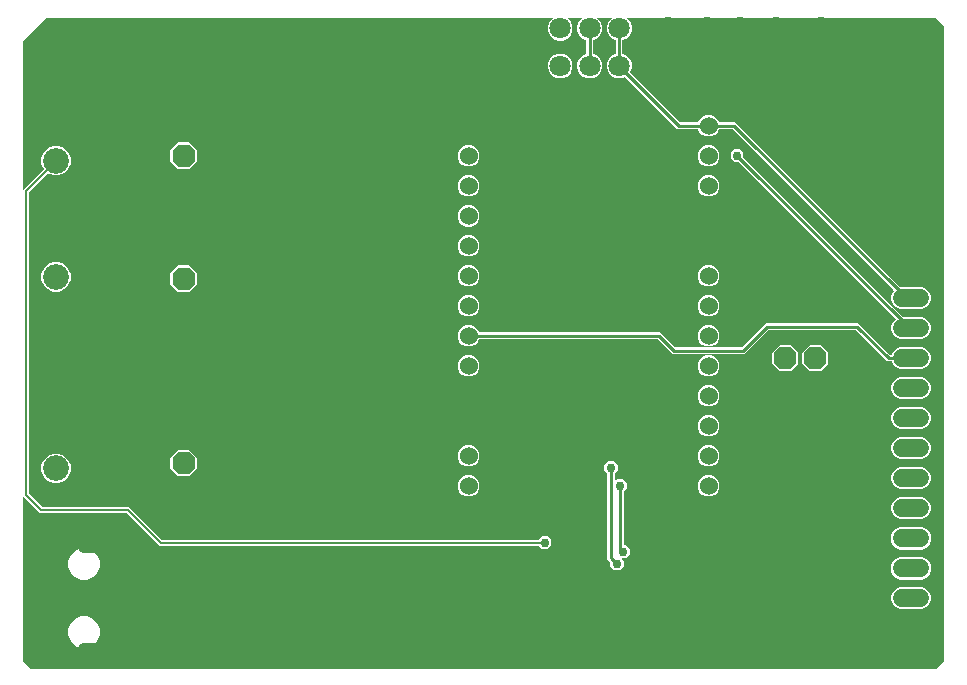
<source format=gbr>
G04 EAGLE Gerber RS-274X export*
G75*
%MOMM*%
%FSLAX34Y34*%
%LPD*%
%INBottom Copper*%
%IPPOS*%
%AMOC8*
5,1,8,0,0,1.08239X$1,22.5*%
G01*
%ADD10C,2.184400*%
%ADD11P,2.089446X8X22.500000*%
%ADD12P,2.089446X8X202.500000*%
%ADD13C,1.800000*%
%ADD14C,1.524000*%
%ADD15C,1.524000*%
%ADD16C,1.000000*%
%ADD17P,2.089446X8X292.500000*%
%ADD18C,0.756400*%
%ADD19C,0.508000*%
%ADD20C,0.200000*%
%ADD21C,0.254000*%
%ADD22C,0.152400*%

G36*
X783193Y10157D02*
X783193Y10157D01*
X783195Y10157D01*
X789943Y16905D01*
X789943Y16907D01*
X789944Y16907D01*
X789945Y16909D01*
X789945Y554591D01*
X789943Y554593D01*
X789943Y554595D01*
X783195Y561343D01*
X783193Y561343D01*
X783193Y561344D01*
X783191Y561345D01*
X520814Y561345D01*
X520812Y561344D01*
X520811Y561344D01*
X520810Y561342D01*
X520809Y561340D01*
X520810Y561339D01*
X520810Y561336D01*
X523738Y558409D01*
X525339Y554542D01*
X525339Y550358D01*
X523738Y546491D01*
X520779Y543532D01*
X517612Y542221D01*
X517611Y542217D01*
X517609Y542216D01*
X517609Y530684D01*
X517612Y530681D01*
X517612Y530679D01*
X520779Y529368D01*
X523738Y526409D01*
X525339Y522542D01*
X525339Y518358D01*
X524028Y515191D01*
X524028Y515190D01*
X524028Y515189D01*
X524029Y515189D01*
X524029Y515188D01*
X524029Y515186D01*
X566524Y472691D01*
X566526Y472690D01*
X566527Y472689D01*
X581810Y472689D01*
X581813Y472692D01*
X581814Y472692D01*
X582802Y475077D01*
X585373Y477648D01*
X588732Y479039D01*
X592368Y479039D01*
X595727Y477648D01*
X598298Y475077D01*
X599286Y472692D01*
X599289Y472691D01*
X599290Y472689D01*
X613295Y472689D01*
X752994Y332991D01*
X752996Y332990D01*
X752997Y332990D01*
X752997Y332989D01*
X771438Y332989D01*
X774797Y331598D01*
X777368Y329027D01*
X778759Y325668D01*
X778759Y322032D01*
X777368Y318673D01*
X774797Y316102D01*
X771438Y314711D01*
X752562Y314711D01*
X749203Y316102D01*
X746632Y318673D01*
X745241Y322032D01*
X745241Y325668D01*
X746632Y329027D01*
X747847Y330242D01*
X747847Y330248D01*
X747847Y330249D01*
X610986Y467109D01*
X610984Y467110D01*
X610983Y467111D01*
X599290Y467111D01*
X599287Y467108D01*
X599286Y467108D01*
X598298Y464723D01*
X595727Y462152D01*
X592368Y460761D01*
X588732Y460761D01*
X585373Y462152D01*
X582802Y464723D01*
X581814Y467108D01*
X581811Y467109D01*
X581810Y467111D01*
X564215Y467111D01*
X520084Y511241D01*
X520080Y511242D01*
X520079Y511242D01*
X516912Y509931D01*
X512728Y509931D01*
X508861Y511532D01*
X505902Y514491D01*
X504301Y518358D01*
X504301Y522542D01*
X505902Y526409D01*
X508861Y529368D01*
X512028Y530679D01*
X512029Y530683D01*
X512031Y530684D01*
X512031Y542216D01*
X512028Y542219D01*
X512028Y542221D01*
X508861Y543532D01*
X505902Y546491D01*
X504301Y550358D01*
X504301Y554542D01*
X505902Y558409D01*
X508830Y561336D01*
X508830Y561338D01*
X508831Y561339D01*
X508830Y561341D01*
X508830Y561343D01*
X508828Y561343D01*
X508826Y561345D01*
X495814Y561345D01*
X495812Y561344D01*
X495811Y561344D01*
X495810Y561342D01*
X495809Y561340D01*
X495810Y561339D01*
X495810Y561336D01*
X498738Y558409D01*
X500339Y554542D01*
X500339Y550358D01*
X498738Y546491D01*
X495779Y543532D01*
X492612Y542221D01*
X492611Y542217D01*
X492609Y542216D01*
X492609Y530684D01*
X492612Y530681D01*
X492612Y530679D01*
X495779Y529368D01*
X498738Y526409D01*
X500339Y522542D01*
X500339Y518358D01*
X498738Y514491D01*
X495779Y511532D01*
X491912Y509931D01*
X487728Y509931D01*
X483861Y511532D01*
X480902Y514491D01*
X479301Y518358D01*
X479301Y522542D01*
X480902Y526409D01*
X483861Y529368D01*
X487028Y530679D01*
X487029Y530683D01*
X487031Y530684D01*
X487031Y542216D01*
X487028Y542219D01*
X487028Y542221D01*
X483861Y543532D01*
X480902Y546491D01*
X479301Y550358D01*
X479301Y554542D01*
X480902Y558409D01*
X483830Y561336D01*
X483830Y561338D01*
X483831Y561339D01*
X483830Y561341D01*
X483830Y561343D01*
X483828Y561343D01*
X483826Y561345D01*
X470814Y561345D01*
X470812Y561344D01*
X470811Y561344D01*
X470810Y561342D01*
X470809Y561340D01*
X470810Y561339D01*
X470810Y561336D01*
X473738Y558409D01*
X475339Y554542D01*
X475339Y550358D01*
X473738Y546491D01*
X470779Y543532D01*
X466912Y541931D01*
X462728Y541931D01*
X458861Y543532D01*
X455902Y546491D01*
X454301Y550358D01*
X454301Y554542D01*
X455902Y558409D01*
X458830Y561336D01*
X458830Y561338D01*
X458831Y561339D01*
X458830Y561341D01*
X458830Y561343D01*
X458828Y561343D01*
X458826Y561345D01*
X29609Y561345D01*
X29607Y561343D01*
X29605Y561343D01*
X10157Y541895D01*
X10156Y541893D01*
X10155Y541892D01*
X10155Y541891D01*
X10155Y16909D01*
X10157Y16907D01*
X10157Y16905D01*
X16905Y10157D01*
X16907Y10156D01*
X16909Y10155D01*
X783191Y10155D01*
X783193Y10157D01*
G37*
%LPC*%
G36*
X449924Y111539D02*
X449924Y111539D01*
X447144Y114319D01*
X447141Y114319D01*
X447141Y114320D01*
X447140Y114321D01*
X125957Y114321D01*
X98018Y142259D01*
X98016Y142260D01*
X98014Y142261D01*
X24357Y142261D01*
X10181Y156437D01*
X10181Y415843D01*
X11658Y417321D01*
X27532Y433195D01*
X27532Y433198D01*
X27533Y433199D01*
X27533Y433200D01*
X25659Y437725D01*
X25659Y442675D01*
X27553Y447247D01*
X31053Y450747D01*
X35625Y452641D01*
X40575Y452641D01*
X45147Y450747D01*
X48647Y447247D01*
X50541Y442675D01*
X50541Y437725D01*
X48647Y433153D01*
X45147Y429653D01*
X40575Y427759D01*
X35625Y427759D01*
X31100Y429633D01*
X31097Y429632D01*
X31095Y429632D01*
X15221Y413758D01*
X15220Y413756D01*
X15219Y413754D01*
X15219Y158526D01*
X15221Y158524D01*
X15221Y158522D01*
X26442Y147301D01*
X26444Y147300D01*
X26446Y147299D01*
X100103Y147299D01*
X128042Y119361D01*
X128044Y119360D01*
X128046Y119359D01*
X447140Y119359D01*
X447142Y119361D01*
X447144Y119361D01*
X449924Y122141D01*
X454316Y122141D01*
X457421Y119036D01*
X457421Y114644D01*
X454316Y111539D01*
X449924Y111539D01*
G37*
%LPD*%
%LPC*%
G36*
X752562Y263911D02*
X752562Y263911D01*
X749203Y265302D01*
X746632Y267873D01*
X745644Y270258D01*
X745641Y270259D01*
X745640Y270261D01*
X741795Y270261D01*
X715126Y296929D01*
X715124Y296930D01*
X715123Y296931D01*
X641237Y296931D01*
X641236Y296929D01*
X641234Y296929D01*
X620915Y276611D01*
X560185Y276611D01*
X547486Y289309D01*
X547484Y289309D01*
X547484Y289310D01*
X547483Y289311D01*
X396090Y289311D01*
X396087Y289308D01*
X396086Y289308D01*
X395098Y286923D01*
X392527Y284352D01*
X389168Y282961D01*
X385532Y282961D01*
X382173Y284352D01*
X379602Y286923D01*
X378211Y290282D01*
X378211Y293918D01*
X379602Y297277D01*
X382173Y299848D01*
X385532Y301239D01*
X389168Y301239D01*
X392527Y299848D01*
X395098Y297277D01*
X396086Y294892D01*
X396089Y294891D01*
X396090Y294889D01*
X549795Y294889D01*
X562494Y282191D01*
X562496Y282190D01*
X562497Y282189D01*
X618603Y282189D01*
X618604Y282191D01*
X618606Y282191D01*
X638925Y302509D01*
X717435Y302509D01*
X744104Y275841D01*
X744106Y275840D01*
X744107Y275839D01*
X745640Y275839D01*
X745643Y275842D01*
X745644Y275842D01*
X746632Y278227D01*
X749203Y280798D01*
X752562Y282189D01*
X771438Y282189D01*
X774797Y280798D01*
X777368Y278227D01*
X778759Y274868D01*
X778759Y271232D01*
X777368Y267873D01*
X774797Y265302D01*
X771438Y263911D01*
X752562Y263911D01*
G37*
%LPD*%
%LPC*%
G36*
X752562Y289311D02*
X752562Y289311D01*
X749203Y290702D01*
X746632Y293273D01*
X745241Y296632D01*
X745241Y300268D01*
X746632Y303627D01*
X749117Y306112D01*
X749117Y306118D01*
X749117Y306119D01*
X616038Y439197D01*
X616036Y439198D01*
X616035Y439199D01*
X612484Y439199D01*
X609379Y442304D01*
X609379Y446696D01*
X612484Y449801D01*
X616876Y449801D01*
X619981Y446696D01*
X619981Y443145D01*
X619983Y443144D01*
X619983Y443142D01*
X755534Y307591D01*
X755536Y307590D01*
X755537Y307590D01*
X755537Y307589D01*
X771438Y307589D01*
X774797Y306198D01*
X777368Y303627D01*
X778759Y300268D01*
X778759Y296632D01*
X777368Y293273D01*
X774797Y290702D01*
X771438Y289311D01*
X752562Y289311D01*
G37*
%LPD*%
%LPC*%
G36*
X510687Y93283D02*
X510687Y93283D01*
X507303Y96667D01*
X507303Y100217D01*
X507301Y100219D01*
X507301Y100221D01*
X504735Y102788D01*
X504735Y175433D01*
X504733Y175435D01*
X504733Y175436D01*
X502223Y177947D01*
X502223Y182733D01*
X505607Y186117D01*
X510393Y186117D01*
X513777Y182733D01*
X513777Y177947D01*
X511267Y175436D01*
X511266Y175434D01*
X511265Y175433D01*
X511265Y168927D01*
X511266Y168926D01*
X511266Y168924D01*
X511268Y168924D01*
X511270Y168922D01*
X511271Y168924D01*
X511274Y168924D01*
X513227Y170877D01*
X518013Y170877D01*
X521397Y167493D01*
X521397Y162707D01*
X518887Y160196D01*
X518886Y160194D01*
X518885Y160193D01*
X518885Y115002D01*
X518890Y114997D01*
X518890Y114998D01*
X518890Y114997D01*
X520553Y114997D01*
X523937Y111613D01*
X523937Y106827D01*
X520553Y103443D01*
X516879Y103443D01*
X516878Y103442D01*
X516876Y103442D01*
X516876Y103440D01*
X516874Y103438D01*
X516876Y103437D01*
X516876Y103434D01*
X518857Y101453D01*
X518857Y96667D01*
X515473Y93283D01*
X510687Y93283D01*
G37*
%LPD*%
%LPC*%
G36*
X752467Y85635D02*
X752467Y85635D01*
X748933Y87099D01*
X746229Y89803D01*
X744765Y93337D01*
X744765Y97163D01*
X746229Y100697D01*
X748933Y103401D01*
X752467Y104865D01*
X771533Y104865D01*
X775067Y103401D01*
X777771Y100697D01*
X779235Y97163D01*
X779235Y93337D01*
X777771Y89803D01*
X775067Y87099D01*
X771533Y85635D01*
X752467Y85635D01*
G37*
%LPD*%
%LPC*%
G36*
X752467Y111035D02*
X752467Y111035D01*
X748933Y112499D01*
X746229Y115203D01*
X744765Y118737D01*
X744765Y122563D01*
X746229Y126097D01*
X748933Y128801D01*
X752467Y130265D01*
X771533Y130265D01*
X775067Y128801D01*
X777771Y126097D01*
X779235Y122563D01*
X779235Y118737D01*
X777771Y115203D01*
X775067Y112499D01*
X771533Y111035D01*
X752467Y111035D01*
G37*
%LPD*%
%LPC*%
G36*
X59083Y27545D02*
X59083Y27545D01*
X54157Y29586D01*
X50386Y33357D01*
X48345Y38283D01*
X48345Y43617D01*
X50386Y48543D01*
X54157Y52314D01*
X59084Y54355D01*
X64416Y54355D01*
X69343Y52314D01*
X73114Y48543D01*
X75155Y43616D01*
X75155Y38284D01*
X73114Y33357D01*
X69343Y29586D01*
X64417Y27545D01*
X59083Y27545D01*
G37*
%LPD*%
%LPC*%
G36*
X59083Y85345D02*
X59083Y85345D01*
X54157Y87386D01*
X50386Y91157D01*
X48345Y96083D01*
X48345Y101417D01*
X50386Y106343D01*
X54157Y110114D01*
X59084Y112155D01*
X64416Y112155D01*
X69343Y110114D01*
X73114Y106343D01*
X75155Y101416D01*
X75155Y96084D01*
X73114Y91157D01*
X69343Y87386D01*
X64417Y85345D01*
X59083Y85345D01*
G37*
%LPD*%
%LPC*%
G36*
X752562Y162311D02*
X752562Y162311D01*
X749203Y163702D01*
X746632Y166273D01*
X745241Y169632D01*
X745241Y173268D01*
X746632Y176627D01*
X749203Y179198D01*
X752562Y180589D01*
X771438Y180589D01*
X774797Y179198D01*
X777368Y176627D01*
X778759Y173268D01*
X778759Y169632D01*
X777368Y166273D01*
X774797Y163702D01*
X771438Y162311D01*
X752562Y162311D01*
G37*
%LPD*%
%LPC*%
G36*
X752562Y187711D02*
X752562Y187711D01*
X749203Y189102D01*
X746632Y191673D01*
X745241Y195032D01*
X745241Y198668D01*
X746632Y202027D01*
X749203Y204598D01*
X752562Y205989D01*
X771438Y205989D01*
X774797Y204598D01*
X777368Y202027D01*
X778759Y198668D01*
X778759Y195032D01*
X777368Y191673D01*
X774797Y189102D01*
X771438Y187711D01*
X752562Y187711D01*
G37*
%LPD*%
%LPC*%
G36*
X752562Y213111D02*
X752562Y213111D01*
X749203Y214502D01*
X746632Y217073D01*
X745241Y220432D01*
X745241Y224068D01*
X746632Y227427D01*
X749203Y229998D01*
X752562Y231389D01*
X771438Y231389D01*
X774797Y229998D01*
X777368Y227427D01*
X778759Y224068D01*
X778759Y220432D01*
X777368Y217073D01*
X774797Y214502D01*
X771438Y213111D01*
X752562Y213111D01*
G37*
%LPD*%
%LPC*%
G36*
X752562Y238511D02*
X752562Y238511D01*
X749203Y239902D01*
X746632Y242473D01*
X745241Y245832D01*
X745241Y249468D01*
X746632Y252827D01*
X749203Y255398D01*
X752562Y256789D01*
X771438Y256789D01*
X774797Y255398D01*
X777368Y252827D01*
X778759Y249468D01*
X778759Y245832D01*
X777368Y242473D01*
X774797Y239902D01*
X771438Y238511D01*
X752562Y238511D01*
G37*
%LPD*%
%LPC*%
G36*
X752562Y60711D02*
X752562Y60711D01*
X749203Y62102D01*
X746632Y64673D01*
X745241Y68032D01*
X745241Y71668D01*
X746632Y75027D01*
X749203Y77598D01*
X752562Y78989D01*
X771438Y78989D01*
X774797Y77598D01*
X777368Y75027D01*
X778759Y71668D01*
X778759Y68032D01*
X777368Y64673D01*
X774797Y62102D01*
X771438Y60711D01*
X752562Y60711D01*
G37*
%LPD*%
%LPC*%
G36*
X752562Y136911D02*
X752562Y136911D01*
X749203Y138302D01*
X746632Y140873D01*
X745241Y144232D01*
X745241Y147868D01*
X746632Y151227D01*
X749203Y153798D01*
X752562Y155189D01*
X771438Y155189D01*
X774797Y153798D01*
X777368Y151227D01*
X778759Y147868D01*
X778759Y144232D01*
X777368Y140873D01*
X774797Y138302D01*
X771438Y136911D01*
X752562Y136911D01*
G37*
%LPD*%
%LPC*%
G36*
X35625Y329409D02*
X35625Y329409D01*
X31053Y331303D01*
X27553Y334803D01*
X25659Y339375D01*
X25659Y344325D01*
X27553Y348897D01*
X31053Y352397D01*
X35625Y354291D01*
X40575Y354291D01*
X45147Y352397D01*
X48647Y348897D01*
X50541Y344325D01*
X50541Y339375D01*
X48647Y334803D01*
X45147Y331303D01*
X40575Y329409D01*
X35625Y329409D01*
G37*
%LPD*%
%LPC*%
G36*
X35625Y167409D02*
X35625Y167409D01*
X31053Y169303D01*
X27553Y172803D01*
X25659Y177375D01*
X25659Y182325D01*
X27553Y186897D01*
X31053Y190397D01*
X35625Y192291D01*
X40575Y192291D01*
X45147Y190397D01*
X48647Y186897D01*
X50541Y182325D01*
X50541Y177375D01*
X48647Y172803D01*
X45147Y169303D01*
X40575Y167409D01*
X35625Y167409D01*
G37*
%LPD*%
%LPC*%
G36*
X141423Y433329D02*
X141423Y433329D01*
X134879Y439873D01*
X134879Y449127D01*
X141423Y455671D01*
X150677Y455671D01*
X157221Y449127D01*
X157221Y439873D01*
X150677Y433329D01*
X141423Y433329D01*
G37*
%LPD*%
%LPC*%
G36*
X650693Y261879D02*
X650693Y261879D01*
X644149Y268423D01*
X644149Y277677D01*
X650693Y284221D01*
X659947Y284221D01*
X666491Y277677D01*
X666491Y268423D01*
X659947Y261879D01*
X650693Y261879D01*
G37*
%LPD*%
%LPC*%
G36*
X676093Y261879D02*
X676093Y261879D01*
X669549Y268423D01*
X669549Y277677D01*
X676093Y284221D01*
X685347Y284221D01*
X691891Y277677D01*
X691891Y268423D01*
X685347Y261879D01*
X676093Y261879D01*
G37*
%LPD*%
%LPC*%
G36*
X141423Y172979D02*
X141423Y172979D01*
X134879Y179523D01*
X134879Y188777D01*
X141423Y195321D01*
X150677Y195321D01*
X157221Y188777D01*
X157221Y179523D01*
X150677Y172979D01*
X141423Y172979D01*
G37*
%LPD*%
%LPC*%
G36*
X141423Y329189D02*
X141423Y329189D01*
X134879Y335733D01*
X134879Y344987D01*
X141423Y351531D01*
X150677Y351531D01*
X157221Y344987D01*
X157221Y335733D01*
X150677Y329189D01*
X141423Y329189D01*
G37*
%LPD*%
%LPC*%
G36*
X462728Y509931D02*
X462728Y509931D01*
X458861Y511532D01*
X455902Y514491D01*
X454301Y518358D01*
X454301Y522542D01*
X455902Y526409D01*
X458861Y529368D01*
X462728Y530969D01*
X466912Y530969D01*
X470779Y529368D01*
X473738Y526409D01*
X475339Y522542D01*
X475339Y518358D01*
X473738Y514491D01*
X470779Y511532D01*
X466912Y509931D01*
X462728Y509931D01*
G37*
%LPD*%
%LPC*%
G36*
X588732Y435361D02*
X588732Y435361D01*
X585373Y436752D01*
X582802Y439323D01*
X581411Y442682D01*
X581411Y446318D01*
X582802Y449677D01*
X585373Y452248D01*
X588732Y453639D01*
X592368Y453639D01*
X595727Y452248D01*
X598298Y449677D01*
X599689Y446318D01*
X599689Y442682D01*
X598298Y439323D01*
X595727Y436752D01*
X592368Y435361D01*
X588732Y435361D01*
G37*
%LPD*%
%LPC*%
G36*
X385532Y435361D02*
X385532Y435361D01*
X382173Y436752D01*
X379602Y439323D01*
X378211Y442682D01*
X378211Y446318D01*
X379602Y449677D01*
X382173Y452248D01*
X385532Y453639D01*
X389168Y453639D01*
X392527Y452248D01*
X395098Y449677D01*
X396489Y446318D01*
X396489Y442682D01*
X395098Y439323D01*
X392527Y436752D01*
X389168Y435361D01*
X385532Y435361D01*
G37*
%LPD*%
%LPC*%
G36*
X588732Y409961D02*
X588732Y409961D01*
X585373Y411352D01*
X582802Y413923D01*
X581411Y417282D01*
X581411Y420918D01*
X582802Y424277D01*
X585373Y426848D01*
X588732Y428239D01*
X592368Y428239D01*
X595727Y426848D01*
X598298Y424277D01*
X599689Y420918D01*
X599689Y417282D01*
X598298Y413923D01*
X595727Y411352D01*
X592368Y409961D01*
X588732Y409961D01*
G37*
%LPD*%
%LPC*%
G36*
X385532Y409961D02*
X385532Y409961D01*
X382173Y411352D01*
X379602Y413923D01*
X378211Y417282D01*
X378211Y420918D01*
X379602Y424277D01*
X382173Y426848D01*
X385532Y428239D01*
X389168Y428239D01*
X392527Y426848D01*
X395098Y424277D01*
X396489Y420918D01*
X396489Y417282D01*
X395098Y413923D01*
X392527Y411352D01*
X389168Y409961D01*
X385532Y409961D01*
G37*
%LPD*%
%LPC*%
G36*
X385532Y384161D02*
X385532Y384161D01*
X382173Y385552D01*
X379602Y388123D01*
X378211Y391482D01*
X378211Y395118D01*
X379602Y398477D01*
X382173Y401048D01*
X385532Y402439D01*
X389168Y402439D01*
X392527Y401048D01*
X395098Y398477D01*
X396489Y395118D01*
X396489Y391482D01*
X395098Y388123D01*
X392527Y385552D01*
X389168Y384161D01*
X385532Y384161D01*
G37*
%LPD*%
%LPC*%
G36*
X588732Y257561D02*
X588732Y257561D01*
X585373Y258952D01*
X582802Y261523D01*
X581411Y264882D01*
X581411Y268518D01*
X582802Y271877D01*
X585373Y274448D01*
X588732Y275839D01*
X592368Y275839D01*
X595727Y274448D01*
X598298Y271877D01*
X599689Y268518D01*
X599689Y264882D01*
X598298Y261523D01*
X595727Y258952D01*
X592368Y257561D01*
X588732Y257561D01*
G37*
%LPD*%
%LPC*%
G36*
X588732Y232161D02*
X588732Y232161D01*
X585373Y233552D01*
X582802Y236123D01*
X581411Y239482D01*
X581411Y243118D01*
X582802Y246477D01*
X585373Y249048D01*
X588732Y250439D01*
X592368Y250439D01*
X595727Y249048D01*
X598298Y246477D01*
X599689Y243118D01*
X599689Y239482D01*
X598298Y236123D01*
X595727Y233552D01*
X592368Y232161D01*
X588732Y232161D01*
G37*
%LPD*%
%LPC*%
G36*
X588732Y206761D02*
X588732Y206761D01*
X585373Y208152D01*
X582802Y210723D01*
X581411Y214082D01*
X581411Y217718D01*
X582802Y221077D01*
X585373Y223648D01*
X588732Y225039D01*
X592368Y225039D01*
X595727Y223648D01*
X598298Y221077D01*
X599689Y217718D01*
X599689Y214082D01*
X598298Y210723D01*
X595727Y208152D01*
X592368Y206761D01*
X588732Y206761D01*
G37*
%LPD*%
%LPC*%
G36*
X588732Y282961D02*
X588732Y282961D01*
X585373Y284352D01*
X582802Y286923D01*
X581411Y290282D01*
X581411Y293918D01*
X582802Y297277D01*
X585373Y299848D01*
X588732Y301239D01*
X592368Y301239D01*
X595727Y299848D01*
X598298Y297277D01*
X599689Y293918D01*
X599689Y290282D01*
X598298Y286923D01*
X595727Y284352D01*
X592368Y282961D01*
X588732Y282961D01*
G37*
%LPD*%
%LPC*%
G36*
X385532Y181361D02*
X385532Y181361D01*
X382173Y182752D01*
X379602Y185323D01*
X378211Y188682D01*
X378211Y192318D01*
X379602Y195677D01*
X382173Y198248D01*
X385532Y199639D01*
X389168Y199639D01*
X392527Y198248D01*
X395098Y195677D01*
X396489Y192318D01*
X396489Y188682D01*
X395098Y185323D01*
X392527Y182752D01*
X389168Y181361D01*
X385532Y181361D01*
G37*
%LPD*%
%LPC*%
G36*
X588732Y181361D02*
X588732Y181361D01*
X585373Y182752D01*
X582802Y185323D01*
X581411Y188682D01*
X581411Y192318D01*
X582802Y195677D01*
X585373Y198248D01*
X588732Y199639D01*
X592368Y199639D01*
X595727Y198248D01*
X598298Y195677D01*
X599689Y192318D01*
X599689Y188682D01*
X598298Y185323D01*
X595727Y182752D01*
X592368Y181361D01*
X588732Y181361D01*
G37*
%LPD*%
%LPC*%
G36*
X385532Y308361D02*
X385532Y308361D01*
X382173Y309752D01*
X379602Y312323D01*
X378211Y315682D01*
X378211Y319318D01*
X379602Y322677D01*
X382173Y325248D01*
X385532Y326639D01*
X389168Y326639D01*
X392527Y325248D01*
X395098Y322677D01*
X396489Y319318D01*
X396489Y315682D01*
X395098Y312323D01*
X392527Y309752D01*
X389168Y308361D01*
X385532Y308361D01*
G37*
%LPD*%
%LPC*%
G36*
X588732Y308361D02*
X588732Y308361D01*
X585373Y309752D01*
X582802Y312323D01*
X581411Y315682D01*
X581411Y319318D01*
X582802Y322677D01*
X585373Y325248D01*
X588732Y326639D01*
X592368Y326639D01*
X595727Y325248D01*
X598298Y322677D01*
X599689Y319318D01*
X599689Y315682D01*
X598298Y312323D01*
X595727Y309752D01*
X592368Y308361D01*
X588732Y308361D01*
G37*
%LPD*%
%LPC*%
G36*
X588732Y155961D02*
X588732Y155961D01*
X585373Y157352D01*
X582802Y159923D01*
X581411Y163282D01*
X581411Y166918D01*
X582802Y170277D01*
X585373Y172848D01*
X588732Y174239D01*
X592368Y174239D01*
X595727Y172848D01*
X598298Y170277D01*
X599689Y166918D01*
X599689Y163282D01*
X598298Y159923D01*
X595727Y157352D01*
X592368Y155961D01*
X588732Y155961D01*
G37*
%LPD*%
%LPC*%
G36*
X385532Y155961D02*
X385532Y155961D01*
X382173Y157352D01*
X379602Y159923D01*
X378211Y163282D01*
X378211Y166918D01*
X379602Y170277D01*
X382173Y172848D01*
X385532Y174239D01*
X389168Y174239D01*
X392527Y172848D01*
X395098Y170277D01*
X396489Y166918D01*
X396489Y163282D01*
X395098Y159923D01*
X392527Y157352D01*
X389168Y155961D01*
X385532Y155961D01*
G37*
%LPD*%
%LPC*%
G36*
X385532Y257561D02*
X385532Y257561D01*
X382173Y258952D01*
X379602Y261523D01*
X378211Y264882D01*
X378211Y268518D01*
X379602Y271877D01*
X382173Y274448D01*
X385532Y275839D01*
X389168Y275839D01*
X392527Y274448D01*
X395098Y271877D01*
X396489Y268518D01*
X396489Y264882D01*
X395098Y261523D01*
X392527Y258952D01*
X389168Y257561D01*
X385532Y257561D01*
G37*
%LPD*%
%LPC*%
G36*
X385532Y333761D02*
X385532Y333761D01*
X382173Y335152D01*
X379602Y337723D01*
X378211Y341082D01*
X378211Y344718D01*
X379602Y348077D01*
X382173Y350648D01*
X385532Y352039D01*
X389168Y352039D01*
X392527Y350648D01*
X395098Y348077D01*
X396489Y344718D01*
X396489Y341082D01*
X395098Y337723D01*
X392527Y335152D01*
X389168Y333761D01*
X385532Y333761D01*
G37*
%LPD*%
%LPC*%
G36*
X588732Y333761D02*
X588732Y333761D01*
X585373Y335152D01*
X582802Y337723D01*
X581411Y341082D01*
X581411Y344718D01*
X582802Y348077D01*
X585373Y350648D01*
X588732Y352039D01*
X592368Y352039D01*
X595727Y350648D01*
X598298Y348077D01*
X599689Y344718D01*
X599689Y341082D01*
X598298Y337723D01*
X595727Y335152D01*
X592368Y333761D01*
X588732Y333761D01*
G37*
%LPD*%
%LPC*%
G36*
X385532Y359161D02*
X385532Y359161D01*
X382173Y360552D01*
X379602Y363123D01*
X378211Y366482D01*
X378211Y370118D01*
X379602Y373477D01*
X382173Y376048D01*
X385532Y377439D01*
X389168Y377439D01*
X392527Y376048D01*
X395098Y373477D01*
X396489Y370118D01*
X396489Y366482D01*
X395098Y363123D01*
X392527Y360552D01*
X389168Y359161D01*
X385532Y359161D01*
G37*
%LPD*%
D10*
X38100Y341850D03*
X38100Y306850D03*
D11*
X146050Y444500D03*
X146050Y469900D03*
D12*
X146050Y340360D03*
X146050Y314960D03*
D11*
X146050Y184150D03*
X146050Y209550D03*
D13*
X489820Y520450D03*
X489820Y552450D03*
X514820Y552450D03*
X464820Y552450D03*
X464820Y520450D03*
X514820Y520450D03*
D14*
X754380Y323850D02*
X769620Y323850D01*
X769620Y298450D02*
X754380Y298450D01*
X754380Y273050D02*
X769620Y273050D01*
X769620Y247650D02*
X754380Y247650D01*
X754380Y222250D02*
X769620Y222250D01*
X769620Y196850D02*
X754380Y196850D01*
X754380Y171450D02*
X769620Y171450D01*
X769620Y146050D02*
X754380Y146050D01*
X754380Y120650D02*
X769620Y120650D01*
X769620Y95250D02*
X754380Y95250D01*
X754380Y69850D02*
X769620Y69850D01*
X769620Y44450D02*
X754380Y44450D01*
D15*
X387350Y444500D03*
X387350Y419100D03*
X387350Y393300D03*
X387350Y368300D03*
X387350Y342900D03*
X387350Y317500D03*
X387350Y292100D03*
X387350Y266700D03*
X387350Y241300D03*
X387350Y215900D03*
X387350Y190500D03*
X387350Y165100D03*
X590550Y165100D03*
X590550Y190500D03*
X590550Y215900D03*
X590550Y241300D03*
X590550Y266700D03*
X590550Y292100D03*
X590550Y317500D03*
X590550Y342900D03*
X590550Y368300D03*
X590550Y393700D03*
X590550Y419100D03*
X590550Y444500D03*
X590550Y469900D03*
D16*
X72550Y113050D02*
X61550Y113050D01*
X61550Y26650D02*
X72550Y26650D01*
X28250Y113050D02*
X22250Y113050D01*
X22250Y26650D02*
X28250Y26650D01*
D10*
X38100Y475200D03*
X38100Y440200D03*
X38100Y214850D03*
X38100Y179850D03*
D17*
X655320Y273050D03*
X680720Y273050D03*
D18*
X629920Y525780D03*
X411480Y518160D03*
X137160Y91440D03*
D19*
X137160Y43180D01*
X132080Y38100D02*
X129540Y38100D01*
D18*
X129540Y38100D03*
D19*
X132080Y38100D02*
X137160Y43180D01*
D18*
X132080Y497840D03*
X474980Y378460D03*
X474980Y363220D03*
X474980Y342900D03*
X490220Y332740D03*
X510540Y332740D03*
X515620Y353060D03*
X518160Y373380D03*
X508000Y391160D03*
X497840Y363220D03*
X508000Y223520D03*
X508000Y243840D03*
X485140Y254000D03*
X462280Y256540D03*
X459740Y223520D03*
X459740Y203200D03*
X490220Y203200D03*
X424180Y393700D03*
X424180Y337820D03*
X424180Y266700D03*
X426720Y190500D03*
X556260Y167640D03*
X553720Y254000D03*
X551180Y345440D03*
X548640Y416560D03*
X426720Y472440D03*
X469900Y469900D03*
X528320Y477520D03*
X35560Y259080D03*
X81280Y261620D03*
X127000Y261620D03*
X165100Y264160D03*
X226060Y312420D03*
X223520Y289560D03*
X228600Y256540D03*
X220980Y223520D03*
X292100Y302260D03*
X289560Y271780D03*
X292100Y236220D03*
X292100Y215900D03*
X314960Y264160D03*
X347980Y264160D03*
X325120Y231140D03*
X347980Y231140D03*
X414020Y243840D03*
X424180Y215900D03*
X60960Y218440D03*
X119380Y215900D03*
X170180Y215900D03*
X190500Y215900D03*
X71120Y474980D03*
X116840Y477520D03*
X172720Y474980D03*
X218440Y474980D03*
X246380Y474980D03*
X281940Y477520D03*
X304800Y490220D03*
X327660Y490220D03*
X347980Y490220D03*
X370840Y490220D03*
X187960Y309880D03*
X114300Y309880D03*
X33020Y88900D03*
X33020Y48260D03*
X111760Y63500D03*
X152400Y63500D03*
X187960Y60960D03*
X236220Y60960D03*
X276860Y63500D03*
X312420Y60960D03*
X368300Y63500D03*
X396240Y78740D03*
X416560Y96520D03*
X154940Y91440D03*
X200660Y93980D03*
X238760Y93980D03*
X287020Y91440D03*
X335280Y99060D03*
X426720Y167640D03*
X398780Y134620D03*
X370840Y127000D03*
X317500Y127000D03*
X271780Y127000D03*
X233680Y127000D03*
X129540Y139700D03*
X167640Y139700D03*
X203200Y139700D03*
X464820Y154940D03*
X441960Y134620D03*
X546100Y137160D03*
X574040Y139700D03*
X622300Y134620D03*
X660400Y132080D03*
X688340Y132080D03*
X683260Y86360D03*
X647700Y86360D03*
X607060Y83820D03*
X571500Y86360D03*
X541020Y86360D03*
X497840Y101600D03*
X508000Y83820D03*
X474980Y132080D03*
X447040Y91440D03*
X474980Y60960D03*
X551180Y58420D03*
X609600Y58420D03*
X660400Y58420D03*
X706120Y58420D03*
X629920Y396240D03*
X629920Y375920D03*
X637540Y403860D03*
X637540Y386080D03*
X629920Y508000D03*
X607060Y520700D03*
X698500Y464820D03*
X734060Y464820D03*
X556260Y558800D03*
X589280Y558800D03*
X617220Y558800D03*
X647700Y558800D03*
X685800Y558800D03*
X711200Y556260D03*
X228600Y528320D03*
X226060Y505460D03*
X284480Y533400D03*
X281940Y500380D03*
X241300Y543560D03*
X266700Y543560D03*
X50800Y543560D03*
X116840Y548640D03*
X187960Y546100D03*
X327660Y548640D03*
X388620Y546100D03*
X20320Y533400D03*
X63500Y312420D03*
X63500Y287020D03*
X63500Y261620D03*
X86360Y132080D03*
X40640Y134620D03*
X350520Y393700D03*
X350520Y368300D03*
X454660Y431800D03*
X543560Y200660D03*
X452120Y116840D03*
D20*
X127000Y116840D01*
X99060Y144780D02*
X25400Y144780D01*
X12700Y157480D01*
X12700Y414800D02*
X38100Y440200D01*
X99060Y144780D02*
X127000Y116840D01*
X12700Y157480D02*
X12700Y414800D01*
D21*
X758190Y323850D02*
X762000Y323850D01*
X758190Y323850D02*
X612140Y469900D01*
X591820Y469900D01*
X571500Y469900D02*
X565370Y469900D01*
X571500Y469900D02*
X574040Y469900D01*
X565370Y469900D02*
X514820Y520450D01*
X514820Y552450D01*
D22*
X571500Y469900D02*
X590550Y469900D01*
D21*
X591820Y469900D02*
X574040Y469900D01*
D18*
X614680Y444500D03*
D21*
X760730Y298450D01*
X762000Y298450D01*
X548640Y292100D02*
X387350Y292100D01*
X548640Y292100D02*
X561340Y279400D01*
X619760Y279400D01*
X742950Y273050D02*
X762000Y273050D01*
X640080Y299720D02*
X619760Y279400D01*
X640080Y299720D02*
X716280Y299720D01*
X742950Y273050D01*
D18*
X515620Y165100D03*
D21*
X515620Y111760D01*
D18*
X518160Y109220D03*
D21*
X515620Y111760D01*
D18*
X508000Y180340D03*
D21*
X508000Y104140D01*
X513080Y99060D01*
D18*
X513080Y99060D03*
D21*
X489820Y520450D02*
X489820Y552450D01*
M02*

</source>
